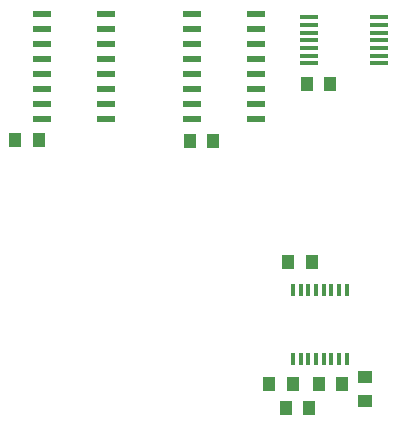
<source format=gbr>
G04 #@! TF.FileFunction,Paste,Top*
%FSLAX46Y46*%
G04 Gerber Fmt 4.6, Leading zero omitted, Abs format (unit mm)*
G04 Created by KiCad (PCBNEW 4.0.6) date 01/08/18 13:51:24*
%MOMM*%
%LPD*%
G01*
G04 APERTURE LIST*
%ADD10C,0.101600*%
%ADD11R,1.000000X1.250000*%
%ADD12R,1.250000X1.000000*%
%ADD13R,1.500000X0.600000*%
%ADD14R,1.500000X0.450000*%
%ADD15R,0.400000X1.000000*%
G04 APERTURE END LIST*
D10*
D11*
X121777000Y-101981000D03*
X119777000Y-101981000D03*
X134523180Y-102097360D03*
X136523180Y-102097360D03*
X144429180Y-97271360D03*
X146429180Y-97271360D03*
X142891000Y-112268000D03*
X144891000Y-112268000D03*
X142651180Y-124703360D03*
X144651180Y-124703360D03*
X145445180Y-122671360D03*
X147445180Y-122671360D03*
X143254180Y-122671360D03*
X141254180Y-122671360D03*
D12*
X149366180Y-124052360D03*
X149366180Y-122052360D03*
D13*
X127428180Y-100192360D03*
X127428180Y-98922360D03*
X127428180Y-97652360D03*
X127428180Y-96382360D03*
X127428180Y-95112360D03*
X127428180Y-93842360D03*
X127428180Y-92572360D03*
X127428180Y-91302360D03*
X122028180Y-91302360D03*
X122028180Y-92572360D03*
X122028180Y-93842360D03*
X122028180Y-95112360D03*
X122028180Y-96382360D03*
X122028180Y-97652360D03*
X122028180Y-98922360D03*
X122028180Y-100192360D03*
X140128180Y-100192360D03*
X140128180Y-98922360D03*
X140128180Y-97652360D03*
X140128180Y-96382360D03*
X140128180Y-95112360D03*
X140128180Y-93842360D03*
X140128180Y-92572360D03*
X140128180Y-91302360D03*
X134728180Y-91302360D03*
X134728180Y-92572360D03*
X134728180Y-93842360D03*
X134728180Y-95112360D03*
X134728180Y-96382360D03*
X134728180Y-97652360D03*
X134728180Y-98922360D03*
X134728180Y-100192360D03*
D14*
X150538180Y-95482360D03*
X150538180Y-94832360D03*
X150538180Y-94182360D03*
X150538180Y-93532360D03*
X150538180Y-92882360D03*
X150538180Y-92232360D03*
X150538180Y-91582360D03*
X144638180Y-91582360D03*
X144638180Y-92232360D03*
X144638180Y-92882360D03*
X144638180Y-93532360D03*
X144638180Y-94182360D03*
X144638180Y-94832360D03*
X144638180Y-95482360D03*
D15*
X143281180Y-120491360D03*
X143931180Y-120491360D03*
X144581180Y-120491360D03*
X145231180Y-120491360D03*
X145881180Y-120491360D03*
X146531180Y-120491360D03*
X147181180Y-120491360D03*
X147831180Y-120491360D03*
X147831180Y-114691360D03*
X147181180Y-114691360D03*
X146531180Y-114691360D03*
X145881180Y-114691360D03*
X145231180Y-114691360D03*
X144581180Y-114691360D03*
X143931180Y-114691360D03*
X143281180Y-114691360D03*
M02*

</source>
